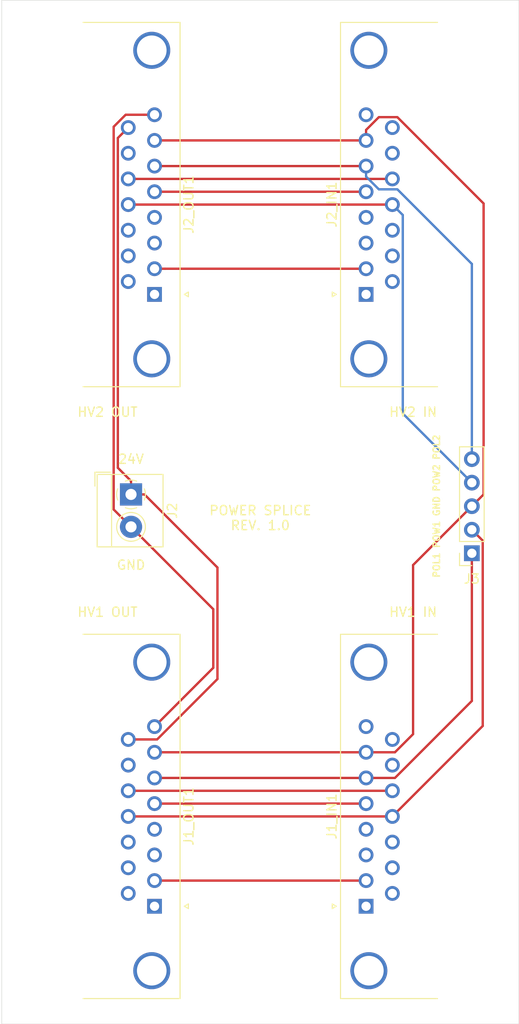
<source format=kicad_pcb>
(kicad_pcb (version 20171130) (host pcbnew "(6.0.0-rc1-dev-392-gd9d005190)")

  (general
    (thickness 1.6)
    (drawings 12)
    (tracks 60)
    (zones 0)
    (modules 6)
    (nets 46)
  )

  (page A4)
  (layers
    (0 F.Cu signal)
    (31 B.Cu signal)
    (32 B.Adhes user)
    (33 F.Adhes user)
    (34 B.Paste user)
    (35 F.Paste user)
    (36 B.SilkS user)
    (37 F.SilkS user)
    (38 B.Mask user)
    (39 F.Mask user)
    (40 Dwgs.User user)
    (41 Cmts.User user)
    (42 Eco1.User user)
    (43 Eco2.User user)
    (44 Edge.Cuts user)
    (45 Margin user)
    (46 B.CrtYd user)
    (47 F.CrtYd user)
    (48 B.Fab user)
    (49 F.Fab user)
  )

  (setup
    (last_trace_width 0.25)
    (trace_clearance 0.2)
    (zone_clearance 0.508)
    (zone_45_only no)
    (trace_min 0.2)
    (via_size 0.8)
    (via_drill 0.4)
    (via_min_size 0.4)
    (via_min_drill 0.3)
    (uvia_size 0.3)
    (uvia_drill 0.1)
    (uvias_allowed no)
    (uvia_min_size 0.2)
    (uvia_min_drill 0.1)
    (edge_width 0.05)
    (segment_width 0.2)
    (pcb_text_width 0.3)
    (pcb_text_size 1.5 1.5)
    (mod_edge_width 0.12)
    (mod_text_size 1 1)
    (mod_text_width 0.15)
    (pad_size 1.524 1.524)
    (pad_drill 0.762)
    (pad_to_mask_clearance 0.2)
    (aux_axis_origin 0 0)
    (visible_elements 7FFFFFFF)
    (pcbplotparams
      (layerselection 0x010fc_ffffffff)
      (usegerberextensions false)
      (usegerberattributes false)
      (usegerberadvancedattributes false)
      (creategerberjobfile false)
      (excludeedgelayer true)
      (linewidth 0.100000)
      (plotframeref false)
      (viasonmask false)
      (mode 1)
      (useauxorigin false)
      (hpglpennumber 1)
      (hpglpenspeed 20)
      (hpglpendiameter 15.000000)
      (psnegative false)
      (psa4output false)
      (plotreference true)
      (plotvalue true)
      (plotinvisibletext false)
      (padsonsilk false)
      (subtractmaskfromsilk false)
      (outputformat 1)
      (mirror false)
      (drillshape 1)
      (scaleselection 1)
      (outputdirectory ""))
  )

  (net 0 "")
  (net 1 /POWER_GND)
  (net 2 /POWER_24V)
  (net 3 "Net-(J1_IN1-Pad15)")
  (net 4 "Net-(J1_IN1-Pad14)")
  (net 5 "Net-(J1_IN1-Pad11)")
  (net 6 "Net-(J1_IN1-Pad10)")
  (net 7 "Net-(J1_IN1-Pad9)")
  (net 8 "Net-(J1_IN1-Pad8)")
  (net 9 "Net-(J1_IN1-Pad4)")
  (net 10 "Net-(J1_IN1-Pad3)")
  (net 11 "Net-(J1_IN1-Pad1)")
  (net 12 "Net-(J1_OUT1-Pad14)")
  (net 13 "Net-(J1_OUT1-Pad11)")
  (net 14 "Net-(J1_OUT1-Pad10)")
  (net 15 "Net-(J1_OUT1-Pad9)")
  (net 16 "Net-(J1_OUT1-Pad4)")
  (net 17 "Net-(J1_OUT1-Pad3)")
  (net 18 "Net-(J1_OUT1-Pad1)")
  (net 19 "Net-(J2_IN1-Pad15)")
  (net 20 "Net-(J2_IN1-Pad14)")
  (net 21 "Net-(J2_IN1-Pad11)")
  (net 22 "Net-(J2_IN1-Pad10)")
  (net 23 "Net-(J2_IN1-Pad9)")
  (net 24 "Net-(J2_IN1-Pad8)")
  (net 25 "Net-(J2_IN1-Pad4)")
  (net 26 "Net-(J2_IN1-Pad3)")
  (net 27 "Net-(J2_IN1-Pad1)")
  (net 28 "Net-(J2_OUT1-Pad14)")
  (net 29 "Net-(J2_OUT1-Pad11)")
  (net 30 "Net-(J2_OUT1-Pad10)")
  (net 31 "Net-(J2_OUT1-Pad9)")
  (net 32 "Net-(J2_OUT1-Pad4)")
  (net 33 "Net-(J2_OUT1-Pad3)")
  (net 34 "Net-(J2_OUT1-Pad1)")
  (net 35 /CURRENT_1)
  (net 36 /ENABLE_1)
  (net 37 /SIGNAL_GND_1)
  (net 38 /POLARITY_1)
  (net 39 /VOLTAGE_1)
  (net 40 /PROGRAM_1)
  (net 41 /CURRENT_2)
  (net 42 /ENABLE_2)
  (net 43 /POLARITY_2)
  (net 44 /VOLTAGE_2)
  (net 45 /PROGRAM_2)

  (net_class Default "This is the default net class."
    (clearance 0.2)
    (trace_width 0.25)
    (via_dia 0.8)
    (via_drill 0.4)
    (uvia_dia 0.3)
    (uvia_drill 0.1)
    (add_net /CURRENT_1)
    (add_net /CURRENT_2)
    (add_net /ENABLE_1)
    (add_net /ENABLE_2)
    (add_net /POLARITY_1)
    (add_net /POLARITY_2)
    (add_net /POWER_24V)
    (add_net /POWER_GND)
    (add_net /PROGRAM_1)
    (add_net /PROGRAM_2)
    (add_net /SIGNAL_GND_1)
    (add_net /VOLTAGE_1)
    (add_net /VOLTAGE_2)
    (add_net "Net-(J1_IN1-Pad1)")
    (add_net "Net-(J1_IN1-Pad10)")
    (add_net "Net-(J1_IN1-Pad11)")
    (add_net "Net-(J1_IN1-Pad14)")
    (add_net "Net-(J1_IN1-Pad15)")
    (add_net "Net-(J1_IN1-Pad3)")
    (add_net "Net-(J1_IN1-Pad4)")
    (add_net "Net-(J1_IN1-Pad8)")
    (add_net "Net-(J1_IN1-Pad9)")
    (add_net "Net-(J1_OUT1-Pad1)")
    (add_net "Net-(J1_OUT1-Pad10)")
    (add_net "Net-(J1_OUT1-Pad11)")
    (add_net "Net-(J1_OUT1-Pad14)")
    (add_net "Net-(J1_OUT1-Pad3)")
    (add_net "Net-(J1_OUT1-Pad4)")
    (add_net "Net-(J1_OUT1-Pad9)")
    (add_net "Net-(J2_IN1-Pad1)")
    (add_net "Net-(J2_IN1-Pad10)")
    (add_net "Net-(J2_IN1-Pad11)")
    (add_net "Net-(J2_IN1-Pad14)")
    (add_net "Net-(J2_IN1-Pad15)")
    (add_net "Net-(J2_IN1-Pad3)")
    (add_net "Net-(J2_IN1-Pad4)")
    (add_net "Net-(J2_IN1-Pad8)")
    (add_net "Net-(J2_IN1-Pad9)")
    (add_net "Net-(J2_OUT1-Pad1)")
    (add_net "Net-(J2_OUT1-Pad10)")
    (add_net "Net-(J2_OUT1-Pad11)")
    (add_net "Net-(J2_OUT1-Pad14)")
    (add_net "Net-(J2_OUT1-Pad3)")
    (add_net "Net-(J2_OUT1-Pad4)")
    (add_net "Net-(J2_OUT1-Pad9)")
  )

  (module Connector_PinSocket_2.54mm:PinSocket_1x05_P2.54mm_Vertical (layer F.Cu) (tedit 5A19A420) (tstamp 5B8A699D)
    (at 140.97 110.49 180)
    (descr "Through hole straight socket strip, 1x05, 2.54mm pitch, single row (from Kicad 4.0.7), script generated")
    (tags "Through hole socket strip THT 1x05 2.54mm single row")
    (path /5B8D9127)
    (fp_text reference J3 (at 0 -2.77 180) (layer F.SilkS)
      (effects (font (size 1 1) (thickness 0.15)))
    )
    (fp_text value SIGNALS (at 0 12.93 180) (layer F.Fab)
      (effects (font (size 1 1) (thickness 0.15)))
    )
    (fp_text user %R (at 0 5.08 270) (layer F.Fab)
      (effects (font (size 1 1) (thickness 0.15)))
    )
    (fp_line (start -1.8 11.9) (end -1.8 -1.8) (layer F.CrtYd) (width 0.05))
    (fp_line (start 1.75 11.9) (end -1.8 11.9) (layer F.CrtYd) (width 0.05))
    (fp_line (start 1.75 -1.8) (end 1.75 11.9) (layer F.CrtYd) (width 0.05))
    (fp_line (start -1.8 -1.8) (end 1.75 -1.8) (layer F.CrtYd) (width 0.05))
    (fp_line (start 0 -1.33) (end 1.33 -1.33) (layer F.SilkS) (width 0.12))
    (fp_line (start 1.33 -1.33) (end 1.33 0) (layer F.SilkS) (width 0.12))
    (fp_line (start 1.33 1.27) (end 1.33 11.49) (layer F.SilkS) (width 0.12))
    (fp_line (start -1.33 11.49) (end 1.33 11.49) (layer F.SilkS) (width 0.12))
    (fp_line (start -1.33 1.27) (end -1.33 11.49) (layer F.SilkS) (width 0.12))
    (fp_line (start -1.33 1.27) (end 1.33 1.27) (layer F.SilkS) (width 0.12))
    (fp_line (start -1.27 11.43) (end -1.27 -1.27) (layer F.Fab) (width 0.1))
    (fp_line (start 1.27 11.43) (end -1.27 11.43) (layer F.Fab) (width 0.1))
    (fp_line (start 1.27 -0.635) (end 1.27 11.43) (layer F.Fab) (width 0.1))
    (fp_line (start 0.635 -1.27) (end 1.27 -0.635) (layer F.Fab) (width 0.1))
    (fp_line (start -1.27 -1.27) (end 0.635 -1.27) (layer F.Fab) (width 0.1))
    (pad 5 thru_hole oval (at 0 10.16 180) (size 1.7 1.7) (drill 1) (layers *.Cu *.Mask)
      (net 43 /POLARITY_2))
    (pad 4 thru_hole oval (at 0 7.62 180) (size 1.7 1.7) (drill 1) (layers *.Cu *.Mask)
      (net 42 /ENABLE_2))
    (pad 3 thru_hole oval (at 0 5.08 180) (size 1.7 1.7) (drill 1) (layers *.Cu *.Mask)
      (net 37 /SIGNAL_GND_1))
    (pad 2 thru_hole oval (at 0 2.54 180) (size 1.7 1.7) (drill 1) (layers *.Cu *.Mask)
      (net 36 /ENABLE_1))
    (pad 1 thru_hole rect (at 0 0 180) (size 1.7 1.7) (drill 1) (layers *.Cu *.Mask)
      (net 38 /POLARITY_1))
    (model ${KISYS3DMOD}/Connector_PinSocket_2.54mm.3dshapes/PinSocket_1x05_P2.54mm_Vertical.wrl
      (at (xyz 0 0 0))
      (scale (xyz 1 1 1))
      (rotate (xyz 0 0 0))
    )
  )

  (module Connector_Dsub:DSUB-15_Male_Horizontal_P2.77x2.84mm_EdgePinOffset4.94mm_Housed_MountingHolesOffset7.48mm (layer F.Cu) (tedit 59FEDEE2) (tstamp 5B885B8C)
    (at 129.54 82.55 90)
    (descr "15-pin D-Sub connector, horizontal/angled (90 deg), THT-mount, male, pitch 2.77x2.84mm, pin-PCB-offset 4.9399999999999995mm, distance of mounting holes 33.3mm, distance of mounting holes to PCB edge 7.4799999999999995mm, see https://disti-assets.s3.amazonaws.com/tonar/files/datasheets/16730.pdf")
    (tags "15-pin D-Sub connector horizontal angled 90deg THT male pitch 2.77x2.84mm pin-PCB-offset 4.9399999999999995mm mounting-holes-distance 33.3mm mounting-hole-offset 33.3mm")
    (path /5B884E4B)
    (fp_text reference J2_IN1 (at 9.695 -3.7 90) (layer F.SilkS)
      (effects (font (size 1 1) (thickness 0.15)))
    )
    (fp_text value DB15_Male (at 9.695 15.68 90) (layer F.Fab)
      (effects (font (size 1 1) (thickness 0.15)))
    )
    (fp_text user %R (at 9.695 11.18 90) (layer F.Fab)
      (effects (font (size 1 1) (thickness 0.15)))
    )
    (fp_line (start 29.8 -3.25) (end -10.45 -3.25) (layer F.CrtYd) (width 0.05))
    (fp_line (start 29.8 14.7) (end 29.8 -3.25) (layer F.CrtYd) (width 0.05))
    (fp_line (start -10.45 14.7) (end 29.8 14.7) (layer F.CrtYd) (width 0.05))
    (fp_line (start -10.45 -3.25) (end -10.45 14.7) (layer F.CrtYd) (width 0.05))
    (fp_line (start 0 -3.221325) (end -0.25 -3.654338) (layer F.SilkS) (width 0.12))
    (fp_line (start 0.25 -3.654338) (end 0 -3.221325) (layer F.SilkS) (width 0.12))
    (fp_line (start -0.25 -3.654338) (end 0.25 -3.654338) (layer F.SilkS) (width 0.12))
    (fp_line (start 29.355 -2.76) (end 29.355 7.72) (layer F.SilkS) (width 0.12))
    (fp_line (start -9.965 -2.76) (end 29.355 -2.76) (layer F.SilkS) (width 0.12))
    (fp_line (start -9.965 7.72) (end -9.965 -2.76) (layer F.SilkS) (width 0.12))
    (fp_line (start 27.945 7.78) (end 27.945 0.3) (layer F.Fab) (width 0.1))
    (fp_line (start 24.745 7.78) (end 24.745 0.3) (layer F.Fab) (width 0.1))
    (fp_line (start -5.355 7.78) (end -5.355 0.3) (layer F.Fab) (width 0.1))
    (fp_line (start -8.555 7.78) (end -8.555 0.3) (layer F.Fab) (width 0.1))
    (fp_line (start 28.845 8.18) (end 23.845 8.18) (layer F.Fab) (width 0.1))
    (fp_line (start 28.845 13.18) (end 28.845 8.18) (layer F.Fab) (width 0.1))
    (fp_line (start 23.845 13.18) (end 28.845 13.18) (layer F.Fab) (width 0.1))
    (fp_line (start 23.845 8.18) (end 23.845 13.18) (layer F.Fab) (width 0.1))
    (fp_line (start -4.455 8.18) (end -9.455 8.18) (layer F.Fab) (width 0.1))
    (fp_line (start -4.455 13.18) (end -4.455 8.18) (layer F.Fab) (width 0.1))
    (fp_line (start -9.455 13.18) (end -4.455 13.18) (layer F.Fab) (width 0.1))
    (fp_line (start -9.455 8.18) (end -9.455 13.18) (layer F.Fab) (width 0.1))
    (fp_line (start 21.995 8.18) (end -2.605 8.18) (layer F.Fab) (width 0.1))
    (fp_line (start 21.995 14.18) (end 21.995 8.18) (layer F.Fab) (width 0.1))
    (fp_line (start -2.605 14.18) (end 21.995 14.18) (layer F.Fab) (width 0.1))
    (fp_line (start -2.605 8.18) (end -2.605 14.18) (layer F.Fab) (width 0.1))
    (fp_line (start 29.295 7.78) (end -9.905 7.78) (layer F.Fab) (width 0.1))
    (fp_line (start 29.295 8.18) (end 29.295 7.78) (layer F.Fab) (width 0.1))
    (fp_line (start -9.905 8.18) (end 29.295 8.18) (layer F.Fab) (width 0.1))
    (fp_line (start -9.905 7.78) (end -9.905 8.18) (layer F.Fab) (width 0.1))
    (fp_line (start 29.295 -2.7) (end -9.905 -2.7) (layer F.Fab) (width 0.1))
    (fp_line (start 29.295 7.78) (end 29.295 -2.7) (layer F.Fab) (width 0.1))
    (fp_line (start -9.905 7.78) (end 29.295 7.78) (layer F.Fab) (width 0.1))
    (fp_line (start -9.905 -2.7) (end -9.905 7.78) (layer F.Fab) (width 0.1))
    (fp_arc (start 26.345 0.3) (end 24.745 0.3) (angle 180) (layer F.Fab) (width 0.1))
    (fp_arc (start -6.955 0.3) (end -8.555 0.3) (angle 180) (layer F.Fab) (width 0.1))
    (pad 0 thru_hole circle (at 26.345 0.3 90) (size 4 4) (drill 3.2) (layers *.Cu *.Mask))
    (pad 0 thru_hole circle (at -6.955 0.3 90) (size 4 4) (drill 3.2) (layers *.Cu *.Mask))
    (pad 15 thru_hole circle (at 18.005 2.84 90) (size 1.6 1.6) (drill 1) (layers *.Cu *.Mask)
      (net 19 "Net-(J2_IN1-Pad15)"))
    (pad 14 thru_hole circle (at 15.235 2.84 90) (size 1.6 1.6) (drill 1) (layers *.Cu *.Mask)
      (net 20 "Net-(J2_IN1-Pad14)"))
    (pad 13 thru_hole circle (at 12.465 2.84 90) (size 1.6 1.6) (drill 1) (layers *.Cu *.Mask)
      (net 41 /CURRENT_2))
    (pad 12 thru_hole circle (at 9.695 2.84 90) (size 1.6 1.6) (drill 1) (layers *.Cu *.Mask)
      (net 42 /ENABLE_2))
    (pad 11 thru_hole circle (at 6.925 2.84 90) (size 1.6 1.6) (drill 1) (layers *.Cu *.Mask)
      (net 21 "Net-(J2_IN1-Pad11)"))
    (pad 10 thru_hole circle (at 4.155 2.84 90) (size 1.6 1.6) (drill 1) (layers *.Cu *.Mask)
      (net 22 "Net-(J2_IN1-Pad10)"))
    (pad 9 thru_hole circle (at 1.385 2.84 90) (size 1.6 1.6) (drill 1) (layers *.Cu *.Mask)
      (net 23 "Net-(J2_IN1-Pad9)"))
    (pad 8 thru_hole circle (at 19.39 0 90) (size 1.6 1.6) (drill 1) (layers *.Cu *.Mask)
      (net 24 "Net-(J2_IN1-Pad8)"))
    (pad 7 thru_hole circle (at 16.62 0 90) (size 1.6 1.6) (drill 1) (layers *.Cu *.Mask)
      (net 37 /SIGNAL_GND_1))
    (pad 6 thru_hole circle (at 13.85 0 90) (size 1.6 1.6) (drill 1) (layers *.Cu *.Mask)
      (net 43 /POLARITY_2))
    (pad 5 thru_hole circle (at 11.08 0 90) (size 1.6 1.6) (drill 1) (layers *.Cu *.Mask)
      (net 44 /VOLTAGE_2))
    (pad 4 thru_hole circle (at 8.31 0 90) (size 1.6 1.6) (drill 1) (layers *.Cu *.Mask)
      (net 25 "Net-(J2_IN1-Pad4)"))
    (pad 3 thru_hole circle (at 5.54 0 90) (size 1.6 1.6) (drill 1) (layers *.Cu *.Mask)
      (net 26 "Net-(J2_IN1-Pad3)"))
    (pad 2 thru_hole circle (at 2.77 0 90) (size 1.6 1.6) (drill 1) (layers *.Cu *.Mask)
      (net 45 /PROGRAM_2))
    (pad 1 thru_hole rect (at 0 0 90) (size 1.6 1.6) (drill 1) (layers *.Cu *.Mask)
      (net 27 "Net-(J2_IN1-Pad1)"))
    (model ${KISYS3DMOD}/Connector_Dsub.3dshapes/DSUB-15_Male_Horizontal_P2.77x2.84mm_EdgePinOffset4.94mm_Housed_MountingHolesOffset7.48mm.wrl
      (at (xyz 0 0 0))
      (scale (xyz 1 1 1))
      (rotate (xyz 0 0 0))
    )
  )

  (module Connector_Dsub:DSUB-15_Female_Horizontal_P2.77x2.84mm_EdgePinOffset4.94mm_Housed_MountingHolesOffset7.48mm (layer F.Cu) (tedit 59FEDEE2) (tstamp 5B885B52)
    (at 106.68 82.55 270)
    (descr "15-pin D-Sub connector, horizontal/angled (90 deg), THT-mount, female, pitch 2.77x2.84mm, pin-PCB-offset 4.9399999999999995mm, distance of mounting holes 33.3mm, distance of mounting holes to PCB edge 7.4799999999999995mm, see https://disti-assets.s3.amazonaws.com/tonar/files/datasheets/16730.pdf")
    (tags "15-pin D-Sub connector horizontal angled 90deg THT female pitch 2.77x2.84mm pin-PCB-offset 4.9399999999999995mm mounting-holes-distance 33.3mm mounting-hole-offset 33.3mm")
    (path /5B884DEC)
    (fp_text reference J2_OUT1 (at -9.695 -3.7 270) (layer F.SilkS)
      (effects (font (size 1 1) (thickness 0.15)))
    )
    (fp_text value DB15_Female (at -9.695 15.85 270) (layer F.Fab)
      (effects (font (size 1 1) (thickness 0.15)))
    )
    (fp_text user %R (at -9.695 11.265 270) (layer F.Fab)
      (effects (font (size 1 1) (thickness 0.15)))
    )
    (fp_line (start 10.45 -3.25) (end -29.8 -3.25) (layer F.CrtYd) (width 0.05))
    (fp_line (start 10.45 14.85) (end 10.45 -3.25) (layer F.CrtYd) (width 0.05))
    (fp_line (start -29.8 14.85) (end 10.45 14.85) (layer F.CrtYd) (width 0.05))
    (fp_line (start -29.8 -3.25) (end -29.8 14.85) (layer F.CrtYd) (width 0.05))
    (fp_line (start 0 -3.221325) (end -0.25 -3.654338) (layer F.SilkS) (width 0.12))
    (fp_line (start 0.25 -3.654338) (end 0 -3.221325) (layer F.SilkS) (width 0.12))
    (fp_line (start -0.25 -3.654338) (end 0.25 -3.654338) (layer F.SilkS) (width 0.12))
    (fp_line (start 9.965 -2.76) (end 9.965 7.72) (layer F.SilkS) (width 0.12))
    (fp_line (start -29.355 -2.76) (end 9.965 -2.76) (layer F.SilkS) (width 0.12))
    (fp_line (start -29.355 7.72) (end -29.355 -2.76) (layer F.SilkS) (width 0.12))
    (fp_line (start 8.555 7.78) (end 8.555 0.3) (layer F.Fab) (width 0.1))
    (fp_line (start 5.355 7.78) (end 5.355 0.3) (layer F.Fab) (width 0.1))
    (fp_line (start -24.745 7.78) (end -24.745 0.3) (layer F.Fab) (width 0.1))
    (fp_line (start -27.945 7.78) (end -27.945 0.3) (layer F.Fab) (width 0.1))
    (fp_line (start 9.455 8.18) (end 4.455 8.18) (layer F.Fab) (width 0.1))
    (fp_line (start 9.455 13.18) (end 9.455 8.18) (layer F.Fab) (width 0.1))
    (fp_line (start 4.455 13.18) (end 9.455 13.18) (layer F.Fab) (width 0.1))
    (fp_line (start 4.455 8.18) (end 4.455 13.18) (layer F.Fab) (width 0.1))
    (fp_line (start -23.845 8.18) (end -28.845 8.18) (layer F.Fab) (width 0.1))
    (fp_line (start -23.845 13.18) (end -23.845 8.18) (layer F.Fab) (width 0.1))
    (fp_line (start -28.845 13.18) (end -23.845 13.18) (layer F.Fab) (width 0.1))
    (fp_line (start -28.845 8.18) (end -28.845 13.18) (layer F.Fab) (width 0.1))
    (fp_line (start 2.605 8.18) (end -21.995 8.18) (layer F.Fab) (width 0.1))
    (fp_line (start 2.605 14.35) (end 2.605 8.18) (layer F.Fab) (width 0.1))
    (fp_line (start -21.995 14.35) (end 2.605 14.35) (layer F.Fab) (width 0.1))
    (fp_line (start -21.995 8.18) (end -21.995 14.35) (layer F.Fab) (width 0.1))
    (fp_line (start 9.905 7.78) (end -29.295 7.78) (layer F.Fab) (width 0.1))
    (fp_line (start 9.905 8.18) (end 9.905 7.78) (layer F.Fab) (width 0.1))
    (fp_line (start -29.295 8.18) (end 9.905 8.18) (layer F.Fab) (width 0.1))
    (fp_line (start -29.295 7.78) (end -29.295 8.18) (layer F.Fab) (width 0.1))
    (fp_line (start 9.905 -2.7) (end -29.295 -2.7) (layer F.Fab) (width 0.1))
    (fp_line (start 9.905 7.78) (end 9.905 -2.7) (layer F.Fab) (width 0.1))
    (fp_line (start -29.295 7.78) (end 9.905 7.78) (layer F.Fab) (width 0.1))
    (fp_line (start -29.295 -2.7) (end -29.295 7.78) (layer F.Fab) (width 0.1))
    (fp_arc (start 6.955 0.3) (end 5.355 0.3) (angle 180) (layer F.Fab) (width 0.1))
    (fp_arc (start -26.345 0.3) (end -27.945 0.3) (angle 180) (layer F.Fab) (width 0.1))
    (pad 0 thru_hole circle (at 6.955 0.3 270) (size 4 4) (drill 3.2) (layers *.Cu *.Mask))
    (pad 0 thru_hole circle (at -26.345 0.3 270) (size 4 4) (drill 3.2) (layers *.Cu *.Mask))
    (pad 15 thru_hole circle (at -18.005 2.84 270) (size 1.6 1.6) (drill 1) (layers *.Cu *.Mask)
      (net 2 /POWER_24V))
    (pad 14 thru_hole circle (at -15.235 2.84 270) (size 1.6 1.6) (drill 1) (layers *.Cu *.Mask)
      (net 28 "Net-(J2_OUT1-Pad14)"))
    (pad 13 thru_hole circle (at -12.465 2.84 270) (size 1.6 1.6) (drill 1) (layers *.Cu *.Mask)
      (net 41 /CURRENT_2))
    (pad 12 thru_hole circle (at -9.695 2.84 270) (size 1.6 1.6) (drill 1) (layers *.Cu *.Mask)
      (net 42 /ENABLE_2))
    (pad 11 thru_hole circle (at -6.925 2.84 270) (size 1.6 1.6) (drill 1) (layers *.Cu *.Mask)
      (net 29 "Net-(J2_OUT1-Pad11)"))
    (pad 10 thru_hole circle (at -4.155 2.84 270) (size 1.6 1.6) (drill 1) (layers *.Cu *.Mask)
      (net 30 "Net-(J2_OUT1-Pad10)"))
    (pad 9 thru_hole circle (at -1.385 2.84 270) (size 1.6 1.6) (drill 1) (layers *.Cu *.Mask)
      (net 31 "Net-(J2_OUT1-Pad9)"))
    (pad 8 thru_hole circle (at -19.39 0 270) (size 1.6 1.6) (drill 1) (layers *.Cu *.Mask)
      (net 1 /POWER_GND))
    (pad 7 thru_hole circle (at -16.62 0 270) (size 1.6 1.6) (drill 1) (layers *.Cu *.Mask)
      (net 37 /SIGNAL_GND_1))
    (pad 6 thru_hole circle (at -13.85 0 270) (size 1.6 1.6) (drill 1) (layers *.Cu *.Mask)
      (net 43 /POLARITY_2))
    (pad 5 thru_hole circle (at -11.08 0 270) (size 1.6 1.6) (drill 1) (layers *.Cu *.Mask)
      (net 44 /VOLTAGE_2))
    (pad 4 thru_hole circle (at -8.31 0 270) (size 1.6 1.6) (drill 1) (layers *.Cu *.Mask)
      (net 32 "Net-(J2_OUT1-Pad4)"))
    (pad 3 thru_hole circle (at -5.54 0 270) (size 1.6 1.6) (drill 1) (layers *.Cu *.Mask)
      (net 33 "Net-(J2_OUT1-Pad3)"))
    (pad 2 thru_hole circle (at -2.77 0 270) (size 1.6 1.6) (drill 1) (layers *.Cu *.Mask)
      (net 45 /PROGRAM_2))
    (pad 1 thru_hole rect (at 0 0 270) (size 1.6 1.6) (drill 1) (layers *.Cu *.Mask)
      (net 34 "Net-(J2_OUT1-Pad1)"))
    (model ${KISYS3DMOD}/Connector_Dsub.3dshapes/DSUB-15_Female_Horizontal_P2.77x2.84mm_EdgePinOffset4.94mm_Housed_MountingHolesOffset7.48mm.wrl
      (at (xyz 0 0 0))
      (scale (xyz 1 1 1))
      (rotate (xyz 0 0 0))
    )
  )

  (module Connector_Dsub:DSUB-15_Male_Horizontal_P2.77x2.84mm_EdgePinOffset4.94mm_Housed_MountingHolesOffset7.48mm (layer F.Cu) (tedit 59FEDEE2) (tstamp 5B885B18)
    (at 129.54 148.59 90)
    (descr "15-pin D-Sub connector, horizontal/angled (90 deg), THT-mount, male, pitch 2.77x2.84mm, pin-PCB-offset 4.9399999999999995mm, distance of mounting holes 33.3mm, distance of mounting holes to PCB edge 7.4799999999999995mm, see https://disti-assets.s3.amazonaws.com/tonar/files/datasheets/16730.pdf")
    (tags "15-pin D-Sub connector horizontal angled 90deg THT male pitch 2.77x2.84mm pin-PCB-offset 4.9399999999999995mm mounting-holes-distance 33.3mm mounting-hole-offset 33.3mm")
    (path /5B883C5F)
    (fp_text reference J1_IN1 (at 9.695 -3.7 90) (layer F.SilkS)
      (effects (font (size 1 1) (thickness 0.15)))
    )
    (fp_text value DB15_Male (at 9.695 15.68 90) (layer F.Fab)
      (effects (font (size 1 1) (thickness 0.15)))
    )
    (fp_text user %R (at 9.695 11.18 90) (layer F.Fab)
      (effects (font (size 1 1) (thickness 0.15)))
    )
    (fp_line (start 29.8 -3.25) (end -10.45 -3.25) (layer F.CrtYd) (width 0.05))
    (fp_line (start 29.8 14.7) (end 29.8 -3.25) (layer F.CrtYd) (width 0.05))
    (fp_line (start -10.45 14.7) (end 29.8 14.7) (layer F.CrtYd) (width 0.05))
    (fp_line (start -10.45 -3.25) (end -10.45 14.7) (layer F.CrtYd) (width 0.05))
    (fp_line (start 0 -3.221325) (end -0.25 -3.654338) (layer F.SilkS) (width 0.12))
    (fp_line (start 0.25 -3.654338) (end 0 -3.221325) (layer F.SilkS) (width 0.12))
    (fp_line (start -0.25 -3.654338) (end 0.25 -3.654338) (layer F.SilkS) (width 0.12))
    (fp_line (start 29.355 -2.76) (end 29.355 7.72) (layer F.SilkS) (width 0.12))
    (fp_line (start -9.965 -2.76) (end 29.355 -2.76) (layer F.SilkS) (width 0.12))
    (fp_line (start -9.965 7.72) (end -9.965 -2.76) (layer F.SilkS) (width 0.12))
    (fp_line (start 27.945 7.78) (end 27.945 0.3) (layer F.Fab) (width 0.1))
    (fp_line (start 24.745 7.78) (end 24.745 0.3) (layer F.Fab) (width 0.1))
    (fp_line (start -5.355 7.78) (end -5.355 0.3) (layer F.Fab) (width 0.1))
    (fp_line (start -8.555 7.78) (end -8.555 0.3) (layer F.Fab) (width 0.1))
    (fp_line (start 28.845 8.18) (end 23.845 8.18) (layer F.Fab) (width 0.1))
    (fp_line (start 28.845 13.18) (end 28.845 8.18) (layer F.Fab) (width 0.1))
    (fp_line (start 23.845 13.18) (end 28.845 13.18) (layer F.Fab) (width 0.1))
    (fp_line (start 23.845 8.18) (end 23.845 13.18) (layer F.Fab) (width 0.1))
    (fp_line (start -4.455 8.18) (end -9.455 8.18) (layer F.Fab) (width 0.1))
    (fp_line (start -4.455 13.18) (end -4.455 8.18) (layer F.Fab) (width 0.1))
    (fp_line (start -9.455 13.18) (end -4.455 13.18) (layer F.Fab) (width 0.1))
    (fp_line (start -9.455 8.18) (end -9.455 13.18) (layer F.Fab) (width 0.1))
    (fp_line (start 21.995 8.18) (end -2.605 8.18) (layer F.Fab) (width 0.1))
    (fp_line (start 21.995 14.18) (end 21.995 8.18) (layer F.Fab) (width 0.1))
    (fp_line (start -2.605 14.18) (end 21.995 14.18) (layer F.Fab) (width 0.1))
    (fp_line (start -2.605 8.18) (end -2.605 14.18) (layer F.Fab) (width 0.1))
    (fp_line (start 29.295 7.78) (end -9.905 7.78) (layer F.Fab) (width 0.1))
    (fp_line (start 29.295 8.18) (end 29.295 7.78) (layer F.Fab) (width 0.1))
    (fp_line (start -9.905 8.18) (end 29.295 8.18) (layer F.Fab) (width 0.1))
    (fp_line (start -9.905 7.78) (end -9.905 8.18) (layer F.Fab) (width 0.1))
    (fp_line (start 29.295 -2.7) (end -9.905 -2.7) (layer F.Fab) (width 0.1))
    (fp_line (start 29.295 7.78) (end 29.295 -2.7) (layer F.Fab) (width 0.1))
    (fp_line (start -9.905 7.78) (end 29.295 7.78) (layer F.Fab) (width 0.1))
    (fp_line (start -9.905 -2.7) (end -9.905 7.78) (layer F.Fab) (width 0.1))
    (fp_arc (start 26.345 0.3) (end 24.745 0.3) (angle 180) (layer F.Fab) (width 0.1))
    (fp_arc (start -6.955 0.3) (end -8.555 0.3) (angle 180) (layer F.Fab) (width 0.1))
    (pad 0 thru_hole circle (at 26.345 0.3 90) (size 4 4) (drill 3.2) (layers *.Cu *.Mask))
    (pad 0 thru_hole circle (at -6.955 0.3 90) (size 4 4) (drill 3.2) (layers *.Cu *.Mask))
    (pad 15 thru_hole circle (at 18.005 2.84 90) (size 1.6 1.6) (drill 1) (layers *.Cu *.Mask)
      (net 3 "Net-(J1_IN1-Pad15)"))
    (pad 14 thru_hole circle (at 15.235 2.84 90) (size 1.6 1.6) (drill 1) (layers *.Cu *.Mask)
      (net 4 "Net-(J1_IN1-Pad14)"))
    (pad 13 thru_hole circle (at 12.465 2.84 90) (size 1.6 1.6) (drill 1) (layers *.Cu *.Mask)
      (net 35 /CURRENT_1))
    (pad 12 thru_hole circle (at 9.695 2.84 90) (size 1.6 1.6) (drill 1) (layers *.Cu *.Mask)
      (net 36 /ENABLE_1))
    (pad 11 thru_hole circle (at 6.925 2.84 90) (size 1.6 1.6) (drill 1) (layers *.Cu *.Mask)
      (net 5 "Net-(J1_IN1-Pad11)"))
    (pad 10 thru_hole circle (at 4.155 2.84 90) (size 1.6 1.6) (drill 1) (layers *.Cu *.Mask)
      (net 6 "Net-(J1_IN1-Pad10)"))
    (pad 9 thru_hole circle (at 1.385 2.84 90) (size 1.6 1.6) (drill 1) (layers *.Cu *.Mask)
      (net 7 "Net-(J1_IN1-Pad9)"))
    (pad 8 thru_hole circle (at 19.39 0 90) (size 1.6 1.6) (drill 1) (layers *.Cu *.Mask)
      (net 8 "Net-(J1_IN1-Pad8)"))
    (pad 7 thru_hole circle (at 16.62 0 90) (size 1.6 1.6) (drill 1) (layers *.Cu *.Mask)
      (net 37 /SIGNAL_GND_1))
    (pad 6 thru_hole circle (at 13.85 0 90) (size 1.6 1.6) (drill 1) (layers *.Cu *.Mask)
      (net 38 /POLARITY_1))
    (pad 5 thru_hole circle (at 11.08 0 90) (size 1.6 1.6) (drill 1) (layers *.Cu *.Mask)
      (net 39 /VOLTAGE_1))
    (pad 4 thru_hole circle (at 8.31 0 90) (size 1.6 1.6) (drill 1) (layers *.Cu *.Mask)
      (net 9 "Net-(J1_IN1-Pad4)"))
    (pad 3 thru_hole circle (at 5.54 0 90) (size 1.6 1.6) (drill 1) (layers *.Cu *.Mask)
      (net 10 "Net-(J1_IN1-Pad3)"))
    (pad 2 thru_hole circle (at 2.77 0 90) (size 1.6 1.6) (drill 1) (layers *.Cu *.Mask)
      (net 40 /PROGRAM_1))
    (pad 1 thru_hole rect (at 0 0 90) (size 1.6 1.6) (drill 1) (layers *.Cu *.Mask)
      (net 11 "Net-(J1_IN1-Pad1)"))
    (model ${KISYS3DMOD}/Connector_Dsub.3dshapes/DSUB-15_Male_Horizontal_P2.77x2.84mm_EdgePinOffset4.94mm_Housed_MountingHolesOffset7.48mm.wrl
      (at (xyz 0 0 0))
      (scale (xyz 1 1 1))
      (rotate (xyz 0 0 0))
    )
  )

  (module Connector_Dsub:DSUB-15_Female_Horizontal_P2.77x2.84mm_EdgePinOffset4.94mm_Housed_MountingHolesOffset7.48mm (layer F.Cu) (tedit 59FEDEE2) (tstamp 5B885ADE)
    (at 106.68 148.59 270)
    (descr "15-pin D-Sub connector, horizontal/angled (90 deg), THT-mount, female, pitch 2.77x2.84mm, pin-PCB-offset 4.9399999999999995mm, distance of mounting holes 33.3mm, distance of mounting holes to PCB edge 7.4799999999999995mm, see https://disti-assets.s3.amazonaws.com/tonar/files/datasheets/16730.pdf")
    (tags "15-pin D-Sub connector horizontal angled 90deg THT female pitch 2.77x2.84mm pin-PCB-offset 4.9399999999999995mm mounting-holes-distance 33.3mm mounting-hole-offset 33.3mm")
    (path /5B8849E2)
    (fp_text reference J1_OUT1 (at -9.695 -3.7 270) (layer F.SilkS)
      (effects (font (size 1 1) (thickness 0.15)))
    )
    (fp_text value DB15_Female (at -9.695 15.85 270) (layer F.Fab)
      (effects (font (size 1 1) (thickness 0.15)))
    )
    (fp_text user %R (at -9.695 11.265 270) (layer F.Fab)
      (effects (font (size 1 1) (thickness 0.15)))
    )
    (fp_line (start 10.45 -3.25) (end -29.8 -3.25) (layer F.CrtYd) (width 0.05))
    (fp_line (start 10.45 14.85) (end 10.45 -3.25) (layer F.CrtYd) (width 0.05))
    (fp_line (start -29.8 14.85) (end 10.45 14.85) (layer F.CrtYd) (width 0.05))
    (fp_line (start -29.8 -3.25) (end -29.8 14.85) (layer F.CrtYd) (width 0.05))
    (fp_line (start 0 -3.221325) (end -0.25 -3.654338) (layer F.SilkS) (width 0.12))
    (fp_line (start 0.25 -3.654338) (end 0 -3.221325) (layer F.SilkS) (width 0.12))
    (fp_line (start -0.25 -3.654338) (end 0.25 -3.654338) (layer F.SilkS) (width 0.12))
    (fp_line (start 9.965 -2.76) (end 9.965 7.72) (layer F.SilkS) (width 0.12))
    (fp_line (start -29.355 -2.76) (end 9.965 -2.76) (layer F.SilkS) (width 0.12))
    (fp_line (start -29.355 7.72) (end -29.355 -2.76) (layer F.SilkS) (width 0.12))
    (fp_line (start 8.555 7.78) (end 8.555 0.3) (layer F.Fab) (width 0.1))
    (fp_line (start 5.355 7.78) (end 5.355 0.3) (layer F.Fab) (width 0.1))
    (fp_line (start -24.745 7.78) (end -24.745 0.3) (layer F.Fab) (width 0.1))
    (fp_line (start -27.945 7.78) (end -27.945 0.3) (layer F.Fab) (width 0.1))
    (fp_line (start 9.455 8.18) (end 4.455 8.18) (layer F.Fab) (width 0.1))
    (fp_line (start 9.455 13.18) (end 9.455 8.18) (layer F.Fab) (width 0.1))
    (fp_line (start 4.455 13.18) (end 9.455 13.18) (layer F.Fab) (width 0.1))
    (fp_line (start 4.455 8.18) (end 4.455 13.18) (layer F.Fab) (width 0.1))
    (fp_line (start -23.845 8.18) (end -28.845 8.18) (layer F.Fab) (width 0.1))
    (fp_line (start -23.845 13.18) (end -23.845 8.18) (layer F.Fab) (width 0.1))
    (fp_line (start -28.845 13.18) (end -23.845 13.18) (layer F.Fab) (width 0.1))
    (fp_line (start -28.845 8.18) (end -28.845 13.18) (layer F.Fab) (width 0.1))
    (fp_line (start 2.605 8.18) (end -21.995 8.18) (layer F.Fab) (width 0.1))
    (fp_line (start 2.605 14.35) (end 2.605 8.18) (layer F.Fab) (width 0.1))
    (fp_line (start -21.995 14.35) (end 2.605 14.35) (layer F.Fab) (width 0.1))
    (fp_line (start -21.995 8.18) (end -21.995 14.35) (layer F.Fab) (width 0.1))
    (fp_line (start 9.905 7.78) (end -29.295 7.78) (layer F.Fab) (width 0.1))
    (fp_line (start 9.905 8.18) (end 9.905 7.78) (layer F.Fab) (width 0.1))
    (fp_line (start -29.295 8.18) (end 9.905 8.18) (layer F.Fab) (width 0.1))
    (fp_line (start -29.295 7.78) (end -29.295 8.18) (layer F.Fab) (width 0.1))
    (fp_line (start 9.905 -2.7) (end -29.295 -2.7) (layer F.Fab) (width 0.1))
    (fp_line (start 9.905 7.78) (end 9.905 -2.7) (layer F.Fab) (width 0.1))
    (fp_line (start -29.295 7.78) (end 9.905 7.78) (layer F.Fab) (width 0.1))
    (fp_line (start -29.295 -2.7) (end -29.295 7.78) (layer F.Fab) (width 0.1))
    (fp_arc (start 6.955 0.3) (end 5.355 0.3) (angle 180) (layer F.Fab) (width 0.1))
    (fp_arc (start -26.345 0.3) (end -27.945 0.3) (angle 180) (layer F.Fab) (width 0.1))
    (pad 0 thru_hole circle (at 6.955 0.3 270) (size 4 4) (drill 3.2) (layers *.Cu *.Mask))
    (pad 0 thru_hole circle (at -26.345 0.3 270) (size 4 4) (drill 3.2) (layers *.Cu *.Mask))
    (pad 15 thru_hole circle (at -18.005 2.84 270) (size 1.6 1.6) (drill 1) (layers *.Cu *.Mask)
      (net 2 /POWER_24V))
    (pad 14 thru_hole circle (at -15.235 2.84 270) (size 1.6 1.6) (drill 1) (layers *.Cu *.Mask)
      (net 12 "Net-(J1_OUT1-Pad14)"))
    (pad 13 thru_hole circle (at -12.465 2.84 270) (size 1.6 1.6) (drill 1) (layers *.Cu *.Mask)
      (net 35 /CURRENT_1))
    (pad 12 thru_hole circle (at -9.695 2.84 270) (size 1.6 1.6) (drill 1) (layers *.Cu *.Mask)
      (net 36 /ENABLE_1))
    (pad 11 thru_hole circle (at -6.925 2.84 270) (size 1.6 1.6) (drill 1) (layers *.Cu *.Mask)
      (net 13 "Net-(J1_OUT1-Pad11)"))
    (pad 10 thru_hole circle (at -4.155 2.84 270) (size 1.6 1.6) (drill 1) (layers *.Cu *.Mask)
      (net 14 "Net-(J1_OUT1-Pad10)"))
    (pad 9 thru_hole circle (at -1.385 2.84 270) (size 1.6 1.6) (drill 1) (layers *.Cu *.Mask)
      (net 15 "Net-(J1_OUT1-Pad9)"))
    (pad 8 thru_hole circle (at -19.39 0 270) (size 1.6 1.6) (drill 1) (layers *.Cu *.Mask)
      (net 1 /POWER_GND))
    (pad 7 thru_hole circle (at -16.62 0 270) (size 1.6 1.6) (drill 1) (layers *.Cu *.Mask)
      (net 37 /SIGNAL_GND_1))
    (pad 6 thru_hole circle (at -13.85 0 270) (size 1.6 1.6) (drill 1) (layers *.Cu *.Mask)
      (net 38 /POLARITY_1))
    (pad 5 thru_hole circle (at -11.08 0 270) (size 1.6 1.6) (drill 1) (layers *.Cu *.Mask)
      (net 39 /VOLTAGE_1))
    (pad 4 thru_hole circle (at -8.31 0 270) (size 1.6 1.6) (drill 1) (layers *.Cu *.Mask)
      (net 16 "Net-(J1_OUT1-Pad4)"))
    (pad 3 thru_hole circle (at -5.54 0 270) (size 1.6 1.6) (drill 1) (layers *.Cu *.Mask)
      (net 17 "Net-(J1_OUT1-Pad3)"))
    (pad 2 thru_hole circle (at -2.77 0 270) (size 1.6 1.6) (drill 1) (layers *.Cu *.Mask)
      (net 40 /PROGRAM_1))
    (pad 1 thru_hole rect (at 0 0 270) (size 1.6 1.6) (drill 1) (layers *.Cu *.Mask)
      (net 18 "Net-(J1_OUT1-Pad1)"))
    (model ${KISYS3DMOD}/Connector_Dsub.3dshapes/DSUB-15_Female_Horizontal_P2.77x2.84mm_EdgePinOffset4.94mm_Housed_MountingHolesOffset7.48mm.wrl
      (at (xyz 0 0 0))
      (scale (xyz 1 1 1))
      (rotate (xyz 0 0 0))
    )
  )

  (module TerminalBlock_4Ucon:TerminalBlock_4Ucon_1x02_P3.50mm_Horizontal (layer F.Cu) (tedit 5B294E91) (tstamp 5B885AA4)
    (at 104.14 104.14 270)
    (descr "Terminal Block 4Ucon ItemNo. 19963, 2 pins, pitch 3.5mm, size 7.7x7mm^2, drill diamater 1.2mm, pad diameter 2.4mm, see http://www.4uconnector.com/online/object/4udrawing/19963.pdf, script-generated using https://github.com/pointhi/kicad-footprint-generator/scripts/TerminalBlock_4Ucon")
    (tags "THT Terminal Block 4Ucon ItemNo. 19963 pitch 3.5mm size 7.7x7mm^2 drill 1.2mm pad 2.4mm")
    (path /5B883DC2)
    (fp_text reference J2 (at 1.75 -4.46 270) (layer F.SilkS)
      (effects (font (size 1 1) (thickness 0.15)))
    )
    (fp_text value "SCREW TERMINAL POWER 24V" (at 1.75 4.66 270) (layer F.Fab)
      (effects (font (size 1 1) (thickness 0.15)))
    )
    (fp_text user %R (at 1.75 2.9 270) (layer F.Fab)
      (effects (font (size 1 1) (thickness 0.15)))
    )
    (fp_line (start 6.1 -3.9) (end -2.6 -3.9) (layer F.CrtYd) (width 0.05))
    (fp_line (start 6.1 4.1) (end 6.1 -3.9) (layer F.CrtYd) (width 0.05))
    (fp_line (start -2.6 4.1) (end 6.1 4.1) (layer F.CrtYd) (width 0.05))
    (fp_line (start -2.6 -3.9) (end -2.6 4.1) (layer F.CrtYd) (width 0.05))
    (fp_line (start -2.4 3.9) (end -0.9 3.9) (layer F.SilkS) (width 0.12))
    (fp_line (start -2.4 2.16) (end -2.4 3.9) (layer F.SilkS) (width 0.12))
    (fp_line (start 2.4 0.069) (end 2.4 -0.069) (layer F.Fab) (width 0.1))
    (fp_line (start 3.431 0.069) (end 2.4 0.069) (layer F.Fab) (width 0.1))
    (fp_line (start 3.431 1.1) (end 3.431 0.069) (layer F.Fab) (width 0.1))
    (fp_line (start 3.569 1.1) (end 3.431 1.1) (layer F.Fab) (width 0.1))
    (fp_line (start 3.569 0.069) (end 3.569 1.1) (layer F.Fab) (width 0.1))
    (fp_line (start 4.6 0.069) (end 3.569 0.069) (layer F.Fab) (width 0.1))
    (fp_line (start 4.6 -0.069) (end 4.6 0.069) (layer F.Fab) (width 0.1))
    (fp_line (start 3.569 -0.069) (end 4.6 -0.069) (layer F.Fab) (width 0.1))
    (fp_line (start 3.569 -1.1) (end 3.569 -0.069) (layer F.Fab) (width 0.1))
    (fp_line (start 3.431 -1.1) (end 3.569 -1.1) (layer F.Fab) (width 0.1))
    (fp_line (start 3.431 -0.069) (end 3.431 -1.1) (layer F.Fab) (width 0.1))
    (fp_line (start 2.4 -0.069) (end 3.431 -0.069) (layer F.Fab) (width 0.1))
    (fp_line (start -1.1 0.069) (end -1.1 -0.069) (layer F.Fab) (width 0.1))
    (fp_line (start -0.069 0.069) (end -1.1 0.069) (layer F.Fab) (width 0.1))
    (fp_line (start -0.069 1.1) (end -0.069 0.069) (layer F.Fab) (width 0.1))
    (fp_line (start 0.069 1.1) (end -0.069 1.1) (layer F.Fab) (width 0.1))
    (fp_line (start 0.069 0.069) (end 0.069 1.1) (layer F.Fab) (width 0.1))
    (fp_line (start 1.1 0.069) (end 0.069 0.069) (layer F.Fab) (width 0.1))
    (fp_line (start 1.1 -0.069) (end 1.1 0.069) (layer F.Fab) (width 0.1))
    (fp_line (start 0.069 -0.069) (end 1.1 -0.069) (layer F.Fab) (width 0.1))
    (fp_line (start 0.069 -1.1) (end 0.069 -0.069) (layer F.Fab) (width 0.1))
    (fp_line (start -0.069 -1.1) (end 0.069 -1.1) (layer F.Fab) (width 0.1))
    (fp_line (start -0.069 -0.069) (end -0.069 -1.1) (layer F.Fab) (width 0.1))
    (fp_line (start -1.1 -0.069) (end -0.069 -0.069) (layer F.Fab) (width 0.1))
    (fp_line (start 5.66 -3.46) (end 5.66 3.66) (layer F.SilkS) (width 0.12))
    (fp_line (start -2.16 -3.46) (end -2.16 3.66) (layer F.SilkS) (width 0.12))
    (fp_line (start -2.16 3.66) (end 5.66 3.66) (layer F.SilkS) (width 0.12))
    (fp_line (start -2.16 -3.46) (end 5.66 -3.46) (layer F.SilkS) (width 0.12))
    (fp_line (start -2.16 2.1) (end 5.66 2.1) (layer F.SilkS) (width 0.12))
    (fp_line (start -2.1 2.1) (end 5.6 2.1) (layer F.Fab) (width 0.1))
    (fp_line (start -2.1 2.1) (end -2.1 -3.4) (layer F.Fab) (width 0.1))
    (fp_line (start -0.6 3.6) (end -2.1 2.1) (layer F.Fab) (width 0.1))
    (fp_line (start 5.6 3.6) (end -0.6 3.6) (layer F.Fab) (width 0.1))
    (fp_line (start 5.6 -3.4) (end 5.6 3.6) (layer F.Fab) (width 0.1))
    (fp_line (start -2.1 -3.4) (end 5.6 -3.4) (layer F.Fab) (width 0.1))
    (fp_circle (center 3.5 0) (end 5.055 0) (layer F.SilkS) (width 0.12))
    (fp_circle (center 3.5 0) (end 4.875 0) (layer F.Fab) (width 0.1))
    (fp_circle (center 0 0) (end 1.375 0) (layer F.Fab) (width 0.1))
    (fp_arc (start 0 0) (end -0.608 1.432) (angle -24) (layer F.SilkS) (width 0.12))
    (fp_arc (start 0 0) (end -1.432 -0.608) (angle -46) (layer F.SilkS) (width 0.12))
    (fp_arc (start 0 0) (end 0.608 -1.432) (angle -46) (layer F.SilkS) (width 0.12))
    (fp_arc (start 0 0) (end 1.432 0.608) (angle -46) (layer F.SilkS) (width 0.12))
    (fp_arc (start 0 0) (end 0 1.555) (angle -23) (layer F.SilkS) (width 0.12))
    (pad 2 thru_hole circle (at 3.5 0 270) (size 2.4 2.4) (drill 1.2) (layers *.Cu *.Mask)
      (net 1 /POWER_GND))
    (pad 1 thru_hole rect (at 0 0 270) (size 2.4 2.4) (drill 1.2) (layers *.Cu *.Mask)
      (net 2 /POWER_24V))
    (model ${KISYS3DMOD}/TerminalBlock_4Ucon.3dshapes/TerminalBlock_4Ucon_1x02_P3.50mm_Horizontal.wrl
      (at (xyz 0 0 0))
      (scale (xyz 1 1 1))
      (rotate (xyz 0 0 0))
    )
  )

  (gr_text "POL1 POW1 GND POW2 POL2" (at 137.16 105.41 90) (layer F.SilkS)
    (effects (font (size 0.7 0.7) (thickness 0.15)))
  )
  (gr_text GND (at 104.14 111.76) (layer F.SilkS)
    (effects (font (size 1 1) (thickness 0.15)))
  )
  (gr_text 24V (at 104.14 100.33) (layer F.SilkS)
    (effects (font (size 1 1) (thickness 0.15)))
  )
  (gr_text "POWER SPLICE\nREV. 1.0" (at 118.11 106.68) (layer F.SilkS)
    (effects (font (size 1 1) (thickness 0.15)))
  )
  (gr_text "HV2 OUT" (at 101.6 95.25) (layer F.SilkS)
    (effects (font (size 1 1) (thickness 0.15)))
  )
  (gr_text "HV2 IN" (at 134.62 95.25) (layer F.SilkS)
    (effects (font (size 1 1) (thickness 0.15)))
  )
  (gr_text "HV1 IN" (at 134.62 116.84) (layer F.SilkS)
    (effects (font (size 1 1) (thickness 0.15)))
  )
  (gr_text "HV1 OUT" (at 101.6 116.84) (layer F.SilkS)
    (effects (font (size 1 1) (thickness 0.15)))
  )
  (gr_line (start 90.17 50.8) (end 146.05 50.8) (layer Edge.Cuts) (width 0.05))
  (gr_line (start 90.17 161.29) (end 90.17 50.8) (layer Edge.Cuts) (width 0.05))
  (gr_line (start 146.05 161.29) (end 90.17 161.29) (layer Edge.Cuts) (width 0.05))
  (gr_line (start 146.05 50.8) (end 146.05 161.29) (layer Edge.Cuts) (width 0.05))

  (segment (start 105.339999 108.839999) (end 104.14 107.64) (width 0.25) (layer F.Cu) (net 1))
  (segment (start 113.03 116.53) (end 105.339999 108.839999) (width 0.25) (layer F.Cu) (net 1))
  (segment (start 113.03 122.85) (end 113.03 116.53) (width 0.25) (layer F.Cu) (net 1))
  (segment (start 106.68 129.2) (end 113.03 122.85) (width 0.25) (layer F.Cu) (net 1))
  (segment (start 105.54863 63.16) (end 106.68 63.16) (width 0.25) (layer F.Cu) (net 1))
  (segment (start 103.559998 63.16) (end 105.54863 63.16) (width 0.25) (layer F.Cu) (net 1))
  (segment (start 102.26499 64.455008) (end 103.559998 63.16) (width 0.25) (layer F.Cu) (net 1))
  (segment (start 102.26499 105.76499) (end 102.26499 64.455008) (width 0.25) (layer F.Cu) (net 1))
  (segment (start 104.14 107.64) (end 102.26499 105.76499) (width 0.25) (layer F.Cu) (net 1))
  (segment (start 103.040001 65.344999) (end 103.84 64.545) (width 0.25) (layer F.Cu) (net 2))
  (segment (start 102.714999 65.670001) (end 103.040001 65.344999) (width 0.25) (layer F.Cu) (net 2))
  (segment (start 102.714999 101.264999) (end 102.714999 65.670001) (width 0.25) (layer F.Cu) (net 2))
  (segment (start 104.14 102.69) (end 102.714999 101.264999) (width 0.25) (layer F.Cu) (net 2))
  (segment (start 104.14 104.14) (end 104.14 102.69) (width 0.25) (layer F.Cu) (net 2))
  (segment (start 104.97137 130.585) (end 103.84 130.585) (width 0.25) (layer F.Cu) (net 2))
  (segment (start 106.960002 130.585) (end 104.97137 130.585) (width 0.25) (layer F.Cu) (net 2))
  (segment (start 113.480009 124.064993) (end 106.960002 130.585) (width 0.25) (layer F.Cu) (net 2))
  (segment (start 113.480009 112.030009) (end 113.480009 124.064993) (width 0.25) (layer F.Cu) (net 2))
  (segment (start 105.59 104.14) (end 113.480009 112.030009) (width 0.25) (layer F.Cu) (net 2))
  (segment (start 104.14 104.14) (end 105.59 104.14) (width 0.25) (layer F.Cu) (net 2))
  (segment (start 132.38 136.125) (end 103.84 136.125) (width 0.25) (layer F.Cu) (net 35))
  (segment (start 132.38 138.895) (end 103.84 138.895) (width 0.25) (layer F.Cu) (net 36))
  (segment (start 141.819999 108.799999) (end 140.97 107.95) (width 0.25) (layer F.Cu) (net 36))
  (segment (start 142.145001 109.125001) (end 141.819999 108.799999) (width 0.25) (layer F.Cu) (net 36))
  (segment (start 142.145001 129.129999) (end 142.145001 109.125001) (width 0.25) (layer F.Cu) (net 36))
  (segment (start 132.38 138.895) (end 142.145001 129.129999) (width 0.25) (layer F.Cu) (net 36))
  (segment (start 129.54 131.97) (end 106.68 131.97) (width 0.25) (layer F.Cu) (net 37))
  (segment (start 129.54 65.93) (end 106.68 65.93) (width 0.25) (layer F.Cu) (net 37))
  (segment (start 132.660002 131.97) (end 134.62 130.010002) (width 0.25) (layer F.Cu) (net 37))
  (segment (start 129.54 131.97) (end 132.660002 131.97) (width 0.25) (layer F.Cu) (net 37))
  (segment (start 134.62 111.76) (end 140.97 105.41) (width 0.25) (layer F.Cu) (net 37))
  (segment (start 134.62 130.010002) (end 134.62 111.76) (width 0.25) (layer F.Cu) (net 37))
  (segment (start 129.54 64.79863) (end 129.54 65.93) (width 0.25) (layer F.Cu) (net 37))
  (segment (start 130.918631 63.419999) (end 129.54 64.79863) (width 0.25) (layer F.Cu) (net 37))
  (segment (start 132.920001 63.419999) (end 130.918631 63.419999) (width 0.25) (layer F.Cu) (net 37))
  (segment (start 142.24 72.739998) (end 132.920001 63.419999) (width 0.25) (layer F.Cu) (net 37))
  (segment (start 142.24 104.14) (end 142.24 72.739998) (width 0.25) (layer F.Cu) (net 37))
  (segment (start 140.97 105.41) (end 142.24 104.14) (width 0.25) (layer F.Cu) (net 37))
  (segment (start 106.68 134.74) (end 129.54 134.74) (width 0.25) (layer F.Cu) (net 38))
  (segment (start 140.97 111.59) (end 140.97 110.49) (width 0.25) (layer F.Cu) (net 38))
  (segment (start 140.97 126.430002) (end 140.97 111.59) (width 0.25) (layer F.Cu) (net 38))
  (segment (start 132.660002 134.74) (end 140.97 126.430002) (width 0.25) (layer F.Cu) (net 38))
  (segment (start 129.54 134.74) (end 132.660002 134.74) (width 0.25) (layer F.Cu) (net 38))
  (segment (start 106.68 137.51) (end 129.54 137.51) (width 0.25) (layer F.Cu) (net 39))
  (segment (start 106.68 145.82) (end 129.54 145.82) (width 0.25) (layer F.Cu) (net 40))
  (segment (start 132.38 70.085) (end 103.84 70.085) (width 0.25) (layer F.Cu) (net 41))
  (segment (start 132.38 72.855) (end 103.84 72.855) (width 0.25) (layer F.Cu) (net 42))
  (segment (start 140.120001 102.020001) (end 140.97 102.87) (width 0.25) (layer B.Cu) (net 42))
  (segment (start 133.505001 95.405001) (end 140.120001 102.020001) (width 0.25) (layer B.Cu) (net 42))
  (segment (start 133.505001 73.980001) (end 133.505001 95.405001) (width 0.25) (layer B.Cu) (net 42))
  (segment (start 132.38 72.855) (end 133.505001 73.980001) (width 0.25) (layer B.Cu) (net 42))
  (segment (start 106.68 68.7) (end 129.54 68.7) (width 0.25) (layer F.Cu) (net 43))
  (segment (start 129.54 69.83137) (end 129.54 68.7) (width 0.25) (layer B.Cu) (net 43))
  (segment (start 130.918631 71.210001) (end 129.54 69.83137) (width 0.25) (layer B.Cu) (net 43))
  (segment (start 132.920001 71.210001) (end 130.918631 71.210001) (width 0.25) (layer B.Cu) (net 43))
  (segment (start 140.97 79.26) (end 132.920001 71.210001) (width 0.25) (layer B.Cu) (net 43))
  (segment (start 140.97 100.33) (end 140.97 79.26) (width 0.25) (layer B.Cu) (net 43))
  (segment (start 106.68 71.47) (end 129.54 71.47) (width 0.25) (layer F.Cu) (net 44))
  (segment (start 107.81137 79.78) (end 129.54 79.78) (width 0.25) (layer F.Cu) (net 45))
  (segment (start 106.68 79.78) (end 107.81137 79.78) (width 0.25) (layer F.Cu) (net 45))

)

</source>
